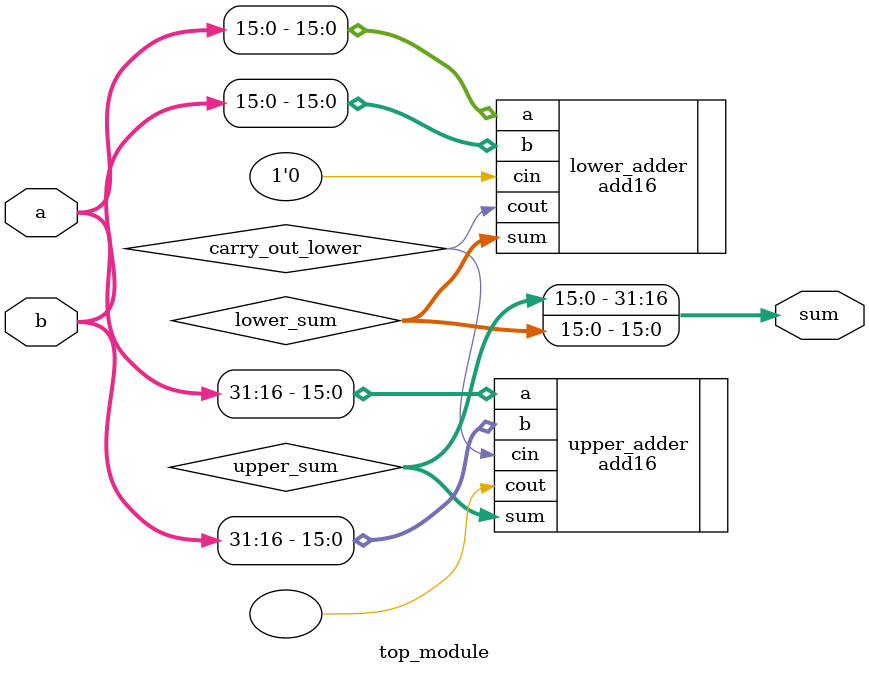
<source format=v>
module top_module (
    input [31:0] a,
    input [31:0] b,
    output [31:0] sum
);
    wire [15:0] lower_sum, upper_sum;
    wire carry_out_lower;

    // Instantiate the lower 16-bit adder
    add16 lower_adder(
        .a(a[15:0]),
        .b(b[15:0]),
        .cin(1'b0),
        .sum(lower_sum),
        .cout(carry_out_lower)
    );

    // Instantiate the upper 16-bit adder
    add16 upper_adder(
        .a(a[31:16]),
        .b(b[31:16]),
        .cin(carry_out_lower),
        .sum(upper_sum),
        .cout()
    );

    // Combine the results to form the 32-bit sum
    assign sum = {upper_sum, lower_sum};
endmodule
</source>
